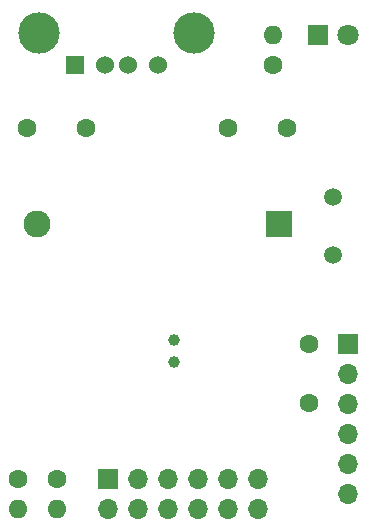
<source format=gbr>
%TF.GenerationSoftware,KiCad,Pcbnew,(6.0.4)*%
%TF.CreationDate,2023-06-25T20:19:56+02:00*%
%TF.ProjectId,CH376_MCP795_Module,43483337-365f-44d4-9350-3739355f4d6f,rev?*%
%TF.SameCoordinates,Original*%
%TF.FileFunction,Soldermask,Bot*%
%TF.FilePolarity,Negative*%
%FSLAX46Y46*%
G04 Gerber Fmt 4.6, Leading zero omitted, Abs format (unit mm)*
G04 Created by KiCad (PCBNEW (6.0.4)) date 2023-06-25 20:19:56*
%MOMM*%
%LPD*%
G01*
G04 APERTURE LIST*
%ADD10C,1.600000*%
%ADD11O,1.600000X1.600000*%
%ADD12R,1.800000X1.800000*%
%ADD13C,1.800000*%
%ADD14R,1.700000X1.700000*%
%ADD15O,1.700000X1.700000*%
%ADD16C,1.000000*%
%ADD17C,1.500000*%
%ADD18R,2.280000X2.280000*%
%ADD19C,2.280000*%
%ADD20R,1.524000X1.524000*%
%ADD21C,1.524000*%
%ADD22C,3.500000*%
G04 APERTURE END LIST*
D10*
%TO.C,R0*%
X137922000Y-142240000D03*
D11*
X137922000Y-144780000D03*
%TD*%
D10*
%TO.C,C1*%
X152400000Y-112522000D03*
X157400000Y-112522000D03*
%TD*%
D12*
%TO.C,D0*%
X160015000Y-104648000D03*
D13*
X162555000Y-104648000D03*
%TD*%
D10*
%TO.C,C0*%
X159258000Y-135810000D03*
X159258000Y-130810000D03*
%TD*%
D14*
%TO.C,J2*%
X142240000Y-142240000D03*
D15*
X142240000Y-144780000D03*
X144780000Y-142240000D03*
X144780000Y-144780000D03*
X147320000Y-142240000D03*
X147320000Y-144780000D03*
X149860000Y-142240000D03*
X149860000Y-144780000D03*
X152400000Y-142240000D03*
X152400000Y-144780000D03*
X154940000Y-142240000D03*
X154940000Y-144780000D03*
%TD*%
D16*
%TO.C,Y0*%
X147828000Y-130434000D03*
X147828000Y-132334000D03*
%TD*%
D10*
%TO.C,R1*%
X134620000Y-142240000D03*
D11*
X134620000Y-144780000D03*
%TD*%
D14*
%TO.C,J0*%
X162560000Y-130810000D03*
D15*
X162560000Y-133350000D03*
X162560000Y-135890000D03*
X162560000Y-138430000D03*
X162560000Y-140970000D03*
X162560000Y-143510000D03*
%TD*%
D10*
%TO.C,R2*%
X156210000Y-107188000D03*
D11*
X156210000Y-104648000D03*
%TD*%
D17*
%TO.C,Y1*%
X161290000Y-123244000D03*
X161290000Y-118364000D03*
%TD*%
D10*
%TO.C,C2*%
X135382000Y-112522000D03*
X140382000Y-112522000D03*
%TD*%
D18*
%TO.C,BT0*%
X156718000Y-120650000D03*
D19*
X136228000Y-120650000D03*
%TD*%
D20*
%TO.C,J1*%
X139446000Y-107188000D03*
D21*
X141946000Y-107188000D03*
X143946000Y-107188000D03*
X146446000Y-107188000D03*
D22*
X136376000Y-104478000D03*
X149516000Y-104478000D03*
%TD*%
M02*

</source>
